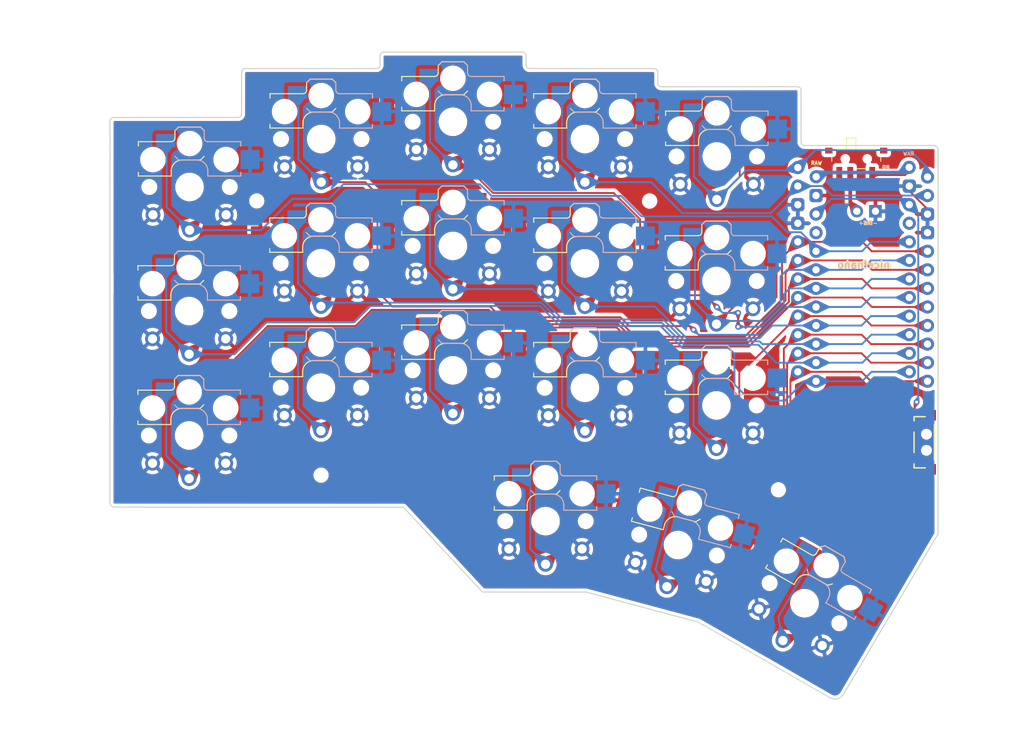
<source format=kicad_pcb>
(kicad_pcb (version 20240108) (generator "pcbnew") (generator_version "8.0")
  (layers (0 "F.Cu" signal) (31 "B.Cu" signal) (34 "B.Paste" user) (35 "F.Paste" user) (36 "B.SilkS" user "B.Silkscreen") (37 "F.SilkS" user "F.Silkscreen") (38 "B.Mask" user) (39 "F.Mask" user) (44 "Edge.Cuts" user))
  (net 0 "")
  (net 1 "gnd")
  (net 2 "Switch18")
  (net 3 "reset")
  (net 4 "Switch2")
  (net 5 "Switch3")
  (net 6 "Switch4")
  (net 7 "Switch5")
  (net 8 "Switch6")
  (net 9 "Switch8")
  (net 10 "Switch9")
  (net 11 "Switch10")
  (net 12 "Switch11")
  (net 13 "Switch12")
  (net 14 "Switch14")
  (net 15 "Switch15")
  (net 16 "Switch16")
  (net 17 "Switch17")
  (net 18 "Net-(BT1-+)")
  (net 22 "+BATT")
  (net 23 "Switch19")
  (net 24 "Switch20")
  (net 25 "Switch21")
  (footprint "itsdmd:KS_Socket_Choc_optional_reversible" (layer "F.Cu") (at 85.91 65.58)
    (property "Reference" "SW2" (hide yes))
    (property "Value" "SW_Push")
  )
  (footprint "itsdmd:KS_Socket_Choc_optional_reversible" (layer "F.Cu") (at 103.91 59.02)
    (property "Reference" "SW3" (hide yes))
    (property "Value" "SW_Push")
  )
  (footprint "itsdmd:KS_Socket_Choc_optional_reversible" (layer "F.Cu") (at 121.91 56.66)
    (property "Reference" "SW4" (hide yes))
    (property "Value" "SW_Push")
  )
  (footprint "itsdmd:KS_Socket_Choc_optional_reversible" (layer "F.Cu") (at 139.954 59.02)
    (property "Reference" "SW5" (hide yes))
    (property "Value" "SW_Push")
  )
  (footprint "itsdmd:KS_Socket_Choc_optional_reversible" (layer "F.Cu") (at 157.988 61.4)
    (property "Reference" "SW6" (hide yes))
    (property "Value" "SW_Push")
  )
  (footprint "itsdmd:KS_Socket_Choc_optional_reversible" (layer "F.Cu") (at 85.852 82.55)
    (property "Reference" "SW8" (hide yes))
    (property "Value" "SW_Push")
  )
  (footprint "itsdmd:KS_Socket_Choc_optional_reversible" (layer "F.Cu") (at 103.87 76.01)
    (property "Reference" "SW9" (hide yes))
    (property "Value" "SW_Push")
  )
  (footprint "itsdmd:KS_Socket_Choc_optional_reversible" (layer "F.Cu") (at 121.91 73.64)
    (property "Reference" "SW10" (hide yes))
    (property "Value" "SW_Push")
  )
  (footprint "itsdmd:KS_Socket_Choc_optional_reversible" (layer "F.Cu") (at 139.954 76.032)
    (property "Reference" "SW11" (hide yes))
    (property "Value" "SW_Push")
  )
  (footprint "itsdmd:KS_Socket_Choc_optional_reversible" (layer "F.Cu") (at 157.94 78.44)
    (property "Reference" "SW12" (hide yes))
    (property "Value" "SW_Push")
  )
  (footprint "itsdmd:KS_Socket_Choc_optional_reversible" (layer "F.Cu") (at 85.852 99.568)
    (property "Reference" "SW14" (hide yes))
    (property "Value" "SW_Push")
  )
  (footprint "itsdmd:KS_Socket_Choc_optional_reversible" (layer "F.Cu") (at 103.87 93.028)
    (property "Reference" "SW15" (hide yes))
    (property "Value" "SW_Push")
  )
  (footprint "itsdmd:KS_Socket_Choc_optional_reversible" (layer "F.Cu") (at 121.91 90.658)
    (property "Reference" "SW16" (hide yes))
    (property "Value" "SW_Push")
  )
  (footprint "itsdmd:KS_Socket_Choc_optional_reversible" (layer "F.Cu") (at 139.954 93.05)
    (property "Reference" "SW17" (hide yes))
    (property "Value" "SW_Push")
  )
  (footprint "itsdmd:KS_Socket_Choc_optional_reversible" (layer "F.Cu") (at 157.94 95.458)
    (property "Reference" "SW18" (hide yes))
    (property "Value" "SW_Push")
  )
  (footprint "itsdmd:KS_Socket_Choc_optional_reversible" (layer "F.Cu") (at 152.687032 114.561038 -15)
    (property "Reference" "SW20" (hide yes))
    (property "Value" "SW_Push")
  )
  (footprint "itsdmd:KS_Socket_Choc_optional_reversible" (layer "F.Cu") (at 169.97 122.510451 -30)
    (property "Reference" "SW21" (hide yes))
    (property "Value" "SW_Push")
  )
  (footprint "itsdmd:MCB_nice-nano_flip" (layer "F.Cu") (at 179.17 78.18)
    (property "Reference" "U2")
    (property "Value" "nice!nano")
  )
  (footprint "itsdmd:MountingHole_1.6mm_M1.4" (layer "F.Cu") (at 148.8 67.5)
    (property "Reference" "H3" (hide yes))
    (property "Value" "MountingHole")
  )
  (footprint "itsdmd:MountingHole_1.6mm_M1.4" (layer "F.Cu") (at 166.4 107)
    (property "Reference" "H4" (hide yes))
    (property "Value" "MountingHole")
  )
  (footprint "itsdmd:MountingHole_1.6mm_M1.4" (layer "F.Cu") (at 95.1 67.49)
    (property "Reference" "H1" (hide yes))
    (property "Value" "MountingHole")
  )
  (footprint "itsdmd:KS_Socket_Choc_optional_reversible" (layer "F.Cu") (at 134.57 111.29)
    (property "Reference" "SW19" (hide yes))
    (property "Value" "SW_Push")
  )
  (footprint "itsdmd:SW-S_MSK-12C02" (layer "F.Cu") (at 177.2 61.725001 180)
    (property "Reference" "SW_POWER1")
    (property "Value" "SW_SPDT")
  )
  (footprint "itsdmd:SW-T_7.4x2.6-4pad-smd" (layer "F.Cu") (at 186.75 100.5 90)
    (property "Reference" "SW_RST1" (hide yes))
    (property "Value" "SW_Push" (hide yes))
  )
  (footprint "itsdmd:Battery_Pads-dual-side" (layer "F.Cu") (at 178.4 68.9)
    (property "Reference" "BT1" (hide yes))
    (property "Value" "Battery_Cell")
  )
  (footprint "itsdmd:MountingHole_1.6mm_M1.4" (layer "F.Cu") (at 103.89 105)
    (property "Reference" "H2" (hide yes))
    (property "Value" "MountingHole")
  )
  (footprint "itsdmd:MCB_nice-nano_flip" (layer "B.Cu") (at 176.68 76.89 180)
    (property "Reference" "U1")
    (property "Value" "nice!nano")
  )
  (gr_arc (start 93.02048 55.56598) (mid 92.874039 55.919539) (end 92.52048 56.06598) (stroke (width 0.15)) (layer "Edge.Cuts"))
  (gr_line (start 169.497789 52.258) (end 169.5 59.39) (stroke (width 0.15)) (layer "Edge.Cuts"))
  (gr_arc (start 132.414 49.372) (mid 132.060447 49.225553) (end 131.914 48.872) (stroke (width 0.15)) (layer "Edge.Cuts"))
  (gr_arc (start 131.414 47.122) (mid 131.767553 47.268447) (end 131.914 47.622) (stroke (width 0.15)) (layer "Edge.Cuts"))
  (gr_line (start 75.0324 108.712) (end 75.0404 56.572) (stroke (width 0.15)) (layer "Edge.Cuts"))
  (gr_arc (start 93.03 49.87) (mid 93.176447 49.516447) (end 93.53 49.37) (stroke (width 0.15)) (layer "Edge.Cuts"))
  (gr_line (start 149.424 49.372) (end 132.414 49.372) (stroke (width 0.15)) (layer "Edge.Cuts"))
  (gr_line (start 115.162807 109.396852) (end 75.639953 109.366447) (stroke (width 0.15)) (layer "Edge.Cuts"))
  (gr_arc (start 149.424 49.372) (mid 149.777553 49.518447) (end 149.924 49.872) (stroke (width 0.15)) (layer "Edge.Cuts"))
  (gr_line (start 131.414 47.122) (end 112.454 47.122) (stroke (width 0.15)) (layer "Edge.Cuts"))
  (gr_arc (start 169.007887 51.85798) (mid 169.324138 51.970679) (end 169.497789 52.258) (stroke (width 0.15)) (layer "Edge.Cuts"))
  (gr_line (start 125.95 120.98) (end 140.11 120.99) (stroke (width 0.15)) (layer "Edge.Cuts"))
  (gr_line (start 111.454 49.372) (end 93.53 49.37) (stroke (width 0.15)) (layer "Edge.Cuts"))
  (gr_arc (start 111.954 48.872) (mid 111.807553 49.225553) (end 111.454 49.372) (stroke (width 0.15)) (layer "Edge.Cuts"))
  (gr_line (start 111.954 47.622) (end 111.954 48.872) (stroke (width 0.15)) (layer "Edge.Cuts"))
  (gr_line (start 93.03 49.87) (end 93.02048 55.56598) (stroke (width 0.15)) (layer "Edge.Cuts"))
  (gr_arc (start 75.639953 109.366447) (mid 75.193487 109.171698) (end 75.0324 108.712) (stroke (width 0.15)) (layer "Edge.Cuts"))
  (gr_line (start 169.007887 51.85798) (end 150.424 51.872) (stroke (width 0.15)) (layer "Edge.Cuts"))
  (gr_line (start 140.11 120.99) (end 155.45 125.1) (stroke (width 0.15)) (layer "Edge.Cuts"))
  (gr_line (start 115.162807 109.396852) (end 125.95 120.98) (stroke (width 0.15)) (layer "Edge.Cuts"))
  (gr_line (start 92.52048 56.06598) (end 75.5404 56.072) (stroke (width 0.15)) (layer "Edge.Cuts"))
  (gr_arc (start 169.979643 59.898708) (mid 169.636503 59.742044) (end 169.500977 59.39002) (stroke (width 0.15)) (layer "Edge.Cuts"))
  (gr_arc (start 75.0404 56.572) (mid 75.186847 56.218447) (end 75.5404 56.072) (stroke (width 0.15)) (layer "Edge.Cuts"))
  (gr_arc (start 187.74 59.898708) (mid 188.100639 60.140394) (end 188.24 60.551553) (stroke (width 0.15)) (layer "Edge.Cuts"))
  (gr_line (start 175.285188 135.009859) (end 188.22448 113.04798) (stroke (width 0.15)) (layer "Edge.Cuts"))
  (gr_arc (start 111.954 47.622) (mid 112.100447 47.268447) (end 112.454 47.122) (stroke (width 0.15)) (layer "Edge.Cuts"))
  (gr_line (start 187.74 59.898708) (end 169.979643 59.898708) (stroke (width 0.15)) (layer "Edge.Cuts"))
  (gr_line (start 149.924 51.372) (end 149.924 49.872) (stroke (width 0.15)) (layer "Edge.Cuts"))
  (gr_line (start 188.24 60.551553) (end 188.22448 113.04798) (stroke (width 0.15)) (layer "Edge.Cuts"))
  (gr_arc (start 175.285188 135.009859) (mid 174.4 135.6) (end 173.357176 135.38935) (stroke (width 0.15)) (layer "Edge.Cuts"))
  (gr_arc (start 150.424 51.872) (mid 150.070447 51.725553) (end 149.924 51.372) (stroke (width 0.15)) (layer "Edge.Cuts"))
  (gr_line (start 131.914 48.872) (end 131.914 47.622) (stroke (width 0.15)) (layer "Edge.Cuts"))
  (gr_line (start 155.45 125.1) (end 173.389826 135.40679) (stroke (width 0.15)) (layer "Edge.Cuts"))
  (gr_text "ON" (at 180.5 62.9 0) (layer "B.SilkS") (effects (font (size 0.5 0.5) (thickness 0.125) (bold yes)) (justify right mirror)))
  (gr_text "-BAT+" (at 178.68 70.51 0) (layer "B.SilkS") (effects (font (size 0.5 0.5) (thickness 0.125) (bold yes)) (justify mirror)))
  (gr_text "+BAT-" (at 178.68 70.51 0) (layer "F.SilkS") (effects (font (size 0.5 0.5) (thickness 0.125) (bold yes))))
  (gr_text "ON" (at 180.5 62.9 0) (layer "F.SilkS") (effects (font (size 0.5 0.5) (thickness 0.125) (bold yes)) (justify left)))
  (segment (start 186.785 68.597412) (end 184.54 66.352412) (width 0.25) (layer "F.Cu") (net 1))
  (segment (start 184.54 66.352412) (end 184.54 65.55) (width 0.25) (layer "F.Cu") (net 1))
  (segment (start 186.79 69.41) (end 186.785 69.405) (width 0.25) (layer "F.Cu") (net 1))
  (segment (start 166.2 94) (end 166.2 95.998) (width 0.25) (layer "F.Cu") (net 1))
  (segment (start 186.785 69.405) (end 186.785 68.597412) (width 0.25) (layer "F.Cu") (net 1))
  (segment (start 166.2 95.998) (end 162.94 99.258) (width 0.25) (layer "F.Cu") (net 1))
  (via (at 166.2 94) (size 0.8) (drill 0.4) (layers "F.Cu" "B.Cu") (net 1))
  (segment (start 186.79 69.41) (end 186.79 68.602412) (width 0.25) (layer "B.Cu") (net 1))
  (segment (start 166.215 93.985) (end 166.215 91.708) (width 0.25) (layer "B.Cu") (net 1))
  (segment (start 180.175001 69.405) (end 179.670001 68.9) (width 0.25) (layer "B.Cu") (net 1))
  (segment (start 166.2 94) (end 166.215 93.985) (width 0.25) (layer "B.Cu") (net 1))
  (segment (start 186.79 84.53) (end 179.13 84.53) (width 0.25) (layer "F.Cu") (net 2))
  (segment (start 161.064999 89.2705) (end 161.2275 89.107999) (width 0.25) (layer "F.Cu") (net 2))
  (segment (start 163.192001 89.107999) (end 169.06 83.24) (width 0.25) (layer "F.Cu") (net 2))
  (segment (start 161.2275 89.107999) (end 163.192001 89.107999) (width 0.25) (layer "F.Cu") (net 2))
  (segment (start 179.13 84.53) (end 177.84 83.24) (width 0.25) (layer "F.Cu") (net 2))
  (segment (start 157.94 101.358) (end 161.064999 98.233001) (width 0.25) (layer "F.Cu") (net 2))
  (segment (start 161.064999 98.233001) (end 161.064999 89.2705) (width 0.25) (layer "F.Cu") (net 2))
  (segment (start 177.84 83.24) (end 169.06 83.24) (width 0.25) (layer "F.Cu") (net 2))
  (segment (start 154.815001 89.258001) (end 154.815001 98.233001) (width 0.25) (layer "B.Cu") (net 2))
  (segment (start 154.815001 98.233001) (end 157.94 101.358) (width 0.25) (layer "B.Cu") (net 2))
  (segment (start 154.665 89.108) (end 154.815001 89.258001) (width 0.25) (layer "B.Cu") (net 2))
  (segment (start 185.3 95) (end 185.05 95.25) (width 0.25) (layer "F.Cu") (net 3))
  (segment (start 185.05 95.25) (end 185.05 98.4) (width 0.25) (layer "F.Cu") (net 3))
  (via (at 185.3 95) (size 0.8) (drill 0.4) (layers "F.Cu" "B.Cu") (net 3))
  (segment (start 185.525 69.225) (end 184.3 68) (width 0.25) (layer "B.Cu") (net 3))
  (segment (start 183.74 67.2) (end 184.54 68) (width 0.25) (layer "B.Cu") (net 3))
  (segment (start 185.3 95) (end 185.525 94.775) (width 0.25) (layer "B.Cu") (net 3))
  (segment (start 185.525 94.775) (end 185.525 69.225) (width 0.25) (layer "B.Cu") (net 3))
  (segment (start 171.55 69.29) (end 173.64 67.2) (width 0.25) (layer "B.Cu") (net 3))
  (segment (start 173.64 67.2) (end 183.74 67.2) (width 0.25) (layer "B.Cu") (net 3))
  (segment (start 89.035 59.3925) (end 89.035 68.355) (width 0.25) (layer "F.Cu") (net 4))
  (segment (start 89.1975 59.23) (end 89.035 59.3925) (width 0.25) (layer "F.Cu") (net 4))
  (segment (start 89.035 68.355) (end 85.91 71.48) (width 0.25) (layer "F.Cu") (net 4))
  (segment (start 99.98 67.2) (end 104.95 67.2) (width 0.25) (layer "B.Cu") (net 4))
  (segment (start 127.2 66.8) (end 144.9 66.8) (width 0.25) (layer "B.Cu") (net 4))
  (segment (start 95.7 71.48) (end 99.98 67.2) (width 0.25) (layer "B.Cu") (net 4))
  (segment (start 82.785 59.38) (end 82.785 68.355) (width 0.25) (layer "B.Cu") (net 4))
  (segment (start 104.95 67.2) (end 106.95 65.2) (width 0.25) (layer "B.Cu") (net 4))
  (segment (start 179.12 73.08) (end 177.83 74.37) (width 0.25) (layer "B.Cu") (net 4))
  (segment (start 125.6 65.2) (end 127.2 66.8) (width 0.25) (layer "B.Cu") (net 4))
  (segment (start 184.54 73.08) (end 179.12 73.08) (width 0.25) (layer "B.Cu") (net 4))
  (segment (start 167.665 71.765) (end 169.477412 71.765) (width 0.25) (layer "B.Cu") (net 4))
  (segment (start 165.5 69.6) (end 167.665 71.765) (width 0.25) (layer "B.Cu") (net 4))
  (segment (start 144.9 66.8) (end 147.7 69.6) (width 0.25) (layer "B.Cu") (net 4))
  (segment (start 177.83 74.37) (end 171.55 74.37) (width 0.25) (layer "B.Cu") (net 4))
  (segment (start 169.477412 71.765) (end 171.55 73.837588) (width 0.25) (layer "B.Cu") (net 4))
  (segment (start 171.55 73.837588) (end 171.55 74.37) (width 0.25) (layer "B.Cu") (net 4))
  (segment (start 85.91 71.48) (end 95.7 71.48) (width 0.25) (layer "B.Cu") (net 4))
  (segment (start 82.785 68.355) (end 85.91 71.48) (width 0.25) (layer "B.Cu") (net 4))
  (segment (start 82.635 59.23) (end 82.785 59.38) (width 0.25) (layer "B.Cu") (net 4))
  (segment (start 147.7 69.6) (end 165.5 69.6) (width 0.25) (layer "B.Cu") (net 4))
  (segment (start 106.95 65.2) (end 125.6 65.2) (width 0.25) (layer "B.Cu") (net 4))
  (segment (start 111.6 79.9) (end 111.6 66.6) (width 0.25) (layer "F.Cu") (net 5))
  (segment (start 109.92 64.92) (end 103.91 64.92) (width 0.25) (layer "F.Cu") (net 5))
  (segment (start 154.298231 84.598231) (end 146.007419 84.598231) (width 0.25) (layer "F.Cu") (net 5))
  (segment (start 128.472792 83.4) (end 127.005792 81.933) (width 0.25) (layer "F.Cu") (net 5))
  (segment (start 144.809188 83.4) (end 128.472792 83.4) (width 0.25) (layer "F.Cu") (net 5))
  (segment (start 154.8 85.1) (end 154.298231 84.598231) (width 0.25) (layer "F.Cu") (net 5))
  (segment (start 107.035 61.795) (end 103.91 64.92) (width 0.25) (layer "F.Cu") (net 5))
  (segment (start 107.1975 52.67) (end 107.035 52.8325) (width 0.25) (layer "F.Cu") (net 5))
  (segment (start 111.6 66.6) (end 109.92 64.92) (width 0.25) (layer "F.Cu") (net 5))
  (segment (start 113.633 81.933) (end 111.6 79.9) (width 0.25) (layer "F.Cu") (net 5))
  (segment (start 146.007419 84.598231) (end 144.809188 83.4) (width 0.25) (layer "F.Cu") (net 5))
  (segment (start 127.005792 81.933) (end 113.633 81.933) (width 0.25) (layer "F.Cu") (net 5))
  (segment (start 107.035 52.8325) (end 107.035 61.795) (width 0.25) (layer "F.Cu") (net 5))
  (via (at 154.8 85.1) (size 0.8) (drill 0.4) (layers "F.Cu" "B.Cu") (net 5))
  (segment (start 100.785 61.795) (end 103.91 64.92) (width 0.25) (layer "B.Cu") (net 5))
  (segment (start 163.636396 85.8) (end 167.446396 81.99) (width 0.25) (layer "B.Cu") (net 5))
  (segment (start 184.3 80.7) (end 179 80.7) (width 0.25) (layer "B.Cu") (net 5))
  (segment (start 179 80.7) (end 177.71 81.99) (width 0.25) (layer "B.Cu") (net 5))
  (segment (start 155.5 85.8) (end 163.636396 85.8) (width 0.25) (layer "B.Cu") (net 5))
  (segment (start 100.635 52.67) (end 100.785 52.82) (width 0.25) (layer "B.Cu") (net 5))
  (segment (start 100.785 52.82) (end 100.785 61.795) (width 0.25) (layer "B.Cu") (net 5))
  (segment (start 154.8 85.1) (end 155.5 85.8) (width 0.25) (layer "B.Cu") (net 5))
  (segment (start 167.446396 81.99) (end 171.55 81.99) (width 0.25) (layer "B.Cu") (net 5))
  (segment (start 177.71 81.99) (end 171.55 81.99) (width 0.25) (layer "B.Cu") (net 5))
  (segment (start 125.035 50.4725) (end 125.035 59.435) (width 0.25) (layer "F.Cu") (net 6))
  (segment (start 160.9 84.7) (end 160.9 82.8) (width 0.25) (layer "F.Cu") (net 6))
  (segment (start 125.035 59.435) (end 121.91 62.56) (width 0.25) (layer "F.Cu") (net 6))
  (segment (start 150.987461 80.387461) (end 147.5 76.9) (width 0.25) (layer "F.Cu") (net 6))
  (segment (start 127.4 66.4) (end 123.56 62.56) (width 0.25) (layer "F.Cu") (net 6))
  (segment (start 123.56 62.56) (end 121.91 62.56) (width 0.25) (layer "F.Cu") (net 6))
  (segment (start 156.387461 80.387461) (end 150.987461 80.387461) (width 0.25) (layer "F.Cu") (net 6))
  (segment (start 125.1975 50.31) (end 125.035 50.4725) (width 0.25) (layer "F.Cu") (net 6))
  (segment (start 158 82) (end 156.387461 80.387461) (width 0.25) (layer "F.Cu") (net 6))
  (segment (start 143.9 66.4) (end 127.4 66.4) (width 0.25) (layer "F.Cu") (net 6))
  (segment (start 147.5 76.9) (end 147.5 70) (width 0.25) (layer "F.Cu") (net 6))
  (segment (start 147.5 70) (end 143.9 66.4) (width 0.25) (layer "F.Cu") (net 6))
  (via (at 160.9 84.7) (size 0.8) (drill 0.4) (layers "F.Cu" "B.Cu") (net 6))
  (via (at 160.9 82.8) (size 0.8) (drill 0.4) (layers "F.Cu" "B.Cu") (net 6))
  (via (at 158 82) (size 0.8) (drill 0.4) (layers "F.Cu" "B.Cu") (net 6))
  (segment (start 158.8 82.8) (end 158 82) (width 0.25) (layer "B.Cu") (net 6))
  (segment (start 177.75 79.45) (end 171.55 79.45) (width 0.25) (layer "B.Cu") (net 6))
  (segment (start 184.3 78.16) (end 179.14 78.16) (width 0.25) (layer "B.Cu") (net 6))
  (segment (start 179.14 78.16) (end 177.8 79.5) (width 0.25) (layer "B.Cu") (net 6))
  (segment (start 177.8 79.5) (end 177.75 79.45) (width 0.25) (layer "B.Cu") (net 6))
  (segment (start 160.9 82.8) (end 158.8 82.8) (width 0.25) (layer "B.Cu") (net 6))
  (segment (start 118.785 59.435) (end 121.91 62.56) (width 0.25) (layer "B.Cu") (net 6))
  (segment (start 164.1 84.7) (end 160.9 84.7) (width 0.25) (layer "B.Cu") (net 6))
  (segment (start 118.635 50.31) (end 118.785 50.46) (width 0.25) (layer "B.Cu") (net 6))
  (segment (start 118.785 50.46) (end 118.785 59.435) (width 0.25) (layer "B.Cu") (net 6))
  (segment (start 167.95 79.45) (end 167.15 80.25) (width 0.25) (layer "B.Cu") (net 6))
  (segment (start 167.15 81.65) (end 164.1 84.7) (width 0.25) (layer "B.Cu") (net 6))
  (segment (start 171.55 79.45) (end 167.95 79.45) (width 0.25) (layer "B.Cu") (net 6))
  (segment (start 167.15 80.25) (end 167.15 81.65) (width 0.25) (layer "B.Cu") (net 6))
  (segment (start 143.2415 52.67) (end 143.079 52.8325) (width 0.25) (layer "F.Cu") (net 7))
  (segment (start 143.079 61.795) (end 139.954 64.92) (width 0.25) (layer "F.Cu") (net 7))
  (segment (start 143.079 52.8325) (end 143.079 61.795) (width 0.25) (layer "F.Cu") (net 7))
  (segment (start 186.79 66.75) (end 173.75 66.75) (width 0.25) (layer "B.Cu") (net 7))
  (segment (start 136.829 52.82) (end 136.829 61.795) (width 0.25) (layer "B.Cu") (net 7))
  (segment (start 172.46 65.46) (end 169.3 65.46) (width 0.25) (layer "B.Cu") (net 7))
  (segment (start 173.75 66.75) (end 172.46 65.46) (width 0.25) (layer "B.Cu") (net 7))
  (segment (start 136.829 61.795) (end 139.954 64.92) (width 0.25) (layer "B.Cu") (net 7))
  (segment (start 136.679 52.67) (end 136.829 52.82) (width 0.25) (layer "B.Cu") (net 7))
  (segment (start 139.954 64.92) (end 149.02 64.92) (width 0.25) (layer "B.Cu") (net 7))
  (segment (start 153.25 69.15) (end 165.37 69.15) (width 0.25) (layer "B.Cu") (net 7))
  (segment (start 165.37 69.15) (end 169.06 65.46) (width 0.25) (layer "B.Cu") (net 7))
  (segment (start 149.02 64.92) (end 153.25 69.15) (width 0.25) (layer "B.Cu") (net 7))
  (segment (start 161.113 64.175) (end 157.988 67.3) (width 0.25) (layer "F.Cu") (net 8))
  (segment (start 161.2755 55.05) (end 161.113 55.2125) (width 0.25) (layer "F.Cu") (net 8))
  (segment (start 161.113 55.2125) (end 161.113 64.175) (width 0.25) (layer "F.Cu") (net 8))
  (segment (start 154.713 55.05) (end 154.863 55.2) (width 0.25) (layer "B.Cu") (net 8))
  (segment (start 168.68 63.3) (end 169.06 62.92) (width 0.25) (layer "B.Cu") (net 8))
  (segment (start 154.863 64.175) (end 157.988 67.3) (width 0.25) (layer "B.Cu") (net 8))
  (segment (start 171.456292 60.523708) (end 169.06 62.92) (width 0.25) (layer "B.Cu") (net 8))
  (segment (start 186.79 64.21) (end 186.79 62.937208) (width 0.25) (layer "B.Cu") (net 8))
  (segment (start 154.863 55.2) (end 154.863 64.175) (width 0.25) (layer "B.Cu") (net 8))
  (segment (start 186.79 62.937208) (end 184.3765 60.523708) (width 0.25) (layer "B.Cu") (net 8))
  (segment (start 157.988 67.3) (end 161.988 63.3) (width 0.25) (layer "B.Cu") (net 8))
  (segment (start 184.3765 60.523708) (end 171.456292 60.523708) (width 0.25) (layer "B.Cu") (net 8))
  (segment (start 161.988 63.3) (end 168.68 63.3) (width 0.25) (layer "B.Cu") (net 8))
  (segment (start 89.1395 76.2) (end 88.977 76.3625) (width 0.25) (layer "F.Cu") (net 9))
  (segment (start 88.977 85.325) (end 85.852 88.45) (width 0.25) (layer "F.Cu") (net 9))
  (segment (start 88.977 76.3625) (end 88.977 85.325) (width 0.25) (layer "F.Cu") (net 9))
  (segment (start 161.8 94) (end 164.5 94) (width 0.25) (layer "B.Cu") (net 9))
  (segment (start 82.727 76.35) (end 82.727 85.325) (width 0.25) (layer "B.Cu") (net 9))
  (segment (start 153.290812 87.6) (end 159.6 87.6) (width 0.25) (layer "B.Cu") (net 9))
  (segment (start 110.65 81.85) (end 133.802747 81.85) (width 0.25) (layer "B.Cu") (net 9))
  (segment (start 165.3 94.8) (end 167.3 94.8) (width 0.25) (layer "B.Cu") (net 9))
  (segment (start 133.802747 81.85) (end 136.552747 84.6) (width 0.25) (layer "B.Cu") (net 9))
  (segment (start 164.5 94) (end 165.3 94.8) (width 0.25) (layer "B.Cu") (net 9))
  (segment (start 160.4 92.6) (end 161.8 94) (width 0.25) (layer "B.Cu") (net 9))
  (segment (start 184.3 90.86) (end 179.14 90.86) (width 0.25) (layer "B.Cu") (net 9))
  (segment (start 177.85 92.15) (end 171.55 92.15) (width 0.25) (layer "B.Cu") (net 9))
  (segment (start 108.4 84.1) (end 110.65 81.85) (width 0.25) (layer "B.Cu") (net 9))
  (segment (start 169.95 92.15) (end 171.55 92.15) (width 0.25) (layer "B.Cu") (net 9))
  (segment (start 150.290812 84.6) (end 153.290812 87.6) (width 0.25) (layer "B.Cu") (net 9))
  (segment (start 96.4115 84.1) (end 108.4 84.1) (width 0.25) (layer "B.Cu") (net 9))
  (segment (start 167.3 94.8) (end 169.95 92.15) (width 0.25) (layer "B.Cu") (net 9))
  (segment (start 92.0615 88.45) (end 96.4115 84.1) (width 0.25) (layer "B.Cu") (net 9))
  (segment (start 159.6 87.6) (end 160.4 88.4) (width 0.25) (layer "B.Cu") (net 9))
  (segment (start 85.852 88.45) (end 92.0615 88.45) (width 0.25) (layer "B.Cu") (net 9))
  (segment (start 82.577 76.2) (end 82.727 76.35) (width 0.25) (layer "B.Cu") (net 9))
  (segment (start 160.4 88.4) (end 160.4 92.6) (width 0.25) (layer "B.Cu") (net 9))
  (segment (start 136.552747 84.6) (end 150.290812 84.6) (width 0.25) (layer "B.Cu") (net 9))
  (segment (start 82.727 85.325) (end 85.852 88.45) (width 0.25) (layer "B.Cu") (net 9))
  (segment (start 179.14 90.86) (end 177.85 92.15) (width 0.25) (layer "B.Cu") (net 9))
  (segment (start 107.1575 69.66) (end 106.995 69.8225) (width 0.25) (layer "F.Cu") (net 10))
  (segment (start 106.995 69.8225) (end 106.995 78.785) (width 0.25) (layer "F.Cu") (net 10))
  (segment (start 106.995 78.785) (end 103.87 81.91) (width 0.25) (layer "F.Cu") (net 10))
  (segment (start 153.477208 87.15) (end 163.65 87.15) (width 0.25) (layer "B.Cu") (net 10))
  (segment (start 100.745 69.81) (end 100.745 78.785) (width 0.25) (layer "B.Cu") (net 10))
  (segment (start 133.989143 81.4) (end 136.739143 84.15) (width 0.25) (layer "B.Cu") (net 10))
  (segment (start 179.18 88.32) (end 177.89 89.61) (width 0.25) (layer "B.Cu") (net 10))
  (segment (start 100.595 69.66) (end 100.745 69.81) (width 0.25) (layer "B.Cu") (net 10))
  (segment (start 136.739143 84.15) (end 150.477208 84.15) (width 0.25) (layer "B.Cu") (net 10))
  (segment (start 104.38 81.4) (end 133.989143 81.4) (width 0.25) (layer "B.Cu") (net 10))
  (segment (start 166.11 89.61) (end 171.55 89.61) (width 0.25) (layer "B.Cu") (net 10))
  (segment (start 103.87 81.91) (end 104.38 81.4) (width 0.25) (layer "B.Cu") (net 10))
  (segment (start 163.65 87.15) (end 166.11 89.61) (width 0.25) (layer "B.Cu") (net 10))
  (segment (start 100.745 78.785) (end 103.87 81.91) (width 0.25) (layer "B.Cu") (net 10))
  (segment (start 184.3 88.32) (end 179.18 88.32) (width 0.25) (layer "B.Cu") (net 10))
  (segment (start 177.89 89.61) (end 171.55 89.61) (width 0.25) (layer "B.Cu") (net 10))
  (segment (start 150.477208 84.15) (end 153.477208 87.15) (width 0.25) (layer "B.Cu") (net 10))
  (segment (start 125.1975 67.29) (end 125.035 67.4525) (width 0.25) (layer "F.Cu") (net 11))
  (segment (start 125.035 76.415) (end 121.91 79.54) (width 0.25) (layer "F.Cu") (net 11))
  (segment (start 125.035 67.4525) (end 125.035 76.415) (width 0.25) (layer "F.Cu") (net 11))
  (segment (start 121.91 79.54) (end 132.765539 79.54) (width 0.25) (layer "B.Cu") (net 11))
  (segment (start 150.663604 83.7) (end 153.663604 86.7) (width 0.25) (layer "B.Cu") (net 11))
  (segment (start 164.206396 87.07) (end 171.55 87.07) (width 0.25) (layer "B.Cu") (net 11))
  (segment (start 163.836396 86.7) (end 164.206396 87.07) (width 0.25) (layer "B.Cu") (net 11))
  (segment (start 136.925539 83.7) (end 150.663604 83.7) (width 0.25) (layer "B.Cu") (net 11))
  (segment (start 118.785 76.415) (end 121.91 79.54) (width 0.25) (layer "B.Cu") (net 11))
  (segment (start 118.635 67.29) (end 118.785 67.44) (width 0.25) (layer "B.Cu") (net 11))
  (segment (start 132.765539 79.54) (end 136.925539 83.7) (width 0.25) (layer "B.Cu") (net 11))
  (segment (start 179.12 85.78) (end 177.83 87.07) (width 0.25) (layer "B.Cu") (net 11))
  (segment (start 118.785 67.44) (end 118.785 76.415) (width 0.25) (layer "B.Cu") (net 11))
  (segment (start 177.83 87.07) (end 171.55 87.07) (width 0.25) (layer "B.Cu") (net 11))
  (segment (start 153.663604 86.7) (end 163.836396 86.7) (width 0.25) (layer "B.Cu") (net 11))
  (segment (start 184.3 85.78) (end 179.12 85.78) (width 0.25) (layer "B.Cu") (net 11))
  (segment (start 143.079 69.8445) (end 143.079 78.807) (width 0.25) (layer "F.Cu") (net 12))
  (segment (start 143.079 78.807) (end 139.954 81.932) (width 0.25) (layer "F.Cu") (net 12))
  (segment (start 143.2415 69.682) (end 143.079 69.8445) (width 0.25) (layer "F.Cu") (net 12))
  (segment (start 139.954 81.932) (end 149.532 81.932) (width 0.25) (layer "B.Cu") (net 12))
  (segment (start 165.57 84.53) (end 171.55 84.53) (width 0.25) (layer "B.Cu") (net 12))
  (segment (start 136.679 69.682) (end 136.829 69.832) (width 0.25) (layer "B.Cu") (net 12))
  (segment (start 177.77 84.53) (end 171.55 84.53) (width 0.25) (layer "B.Cu") (net 12))
  (segment (start 179.06 83.24) (end 177.77 84.53) (width 0.25) (layer "B.Cu") (net 12))
  (segment (start 163.85 86.25) (end 165.57 84.53) (width 0.25) (layer "B.Cu") (net 12))
  (segment (start 153.85 86.25) (end 163.85 86.25) (width 0.25) (layer "B.Cu") (net 12))
  (segment (start 136.829 78.807) (end 139.954 81.932) (width 0.25) (layer "B.Cu") (net 12))
  (segment (start 149.532 81.932) (end 153.85 86.25) (width 0.25) (layer "B.Cu") (net 12))
  (segment (start 136.829 69.832) (end 136.829 78.807) (width 0.25) (layer "B.Cu") (net 12))
  (segment (start 184.3 83.24) (end 179.06 83.24) (width 0.25) (layer "B.Cu") (net 12))
  (segment (start 157.94 84.34) (end 161.065 81.215) (width 0.25) (layer "F.Cu") (net 13))
  (segment (start 161.065 81.215) (end 161.065 72.2525) (width 0.25) (layer "F.Cu") (net 13))
  (segment (start 161.065 72.2525) (end 161.2275 72.09) (width 0.25) (layer "F.Cu") (net 13))
  (segment (start 157.94 84.34) (end 158.38 83.9) (width 0.25) (layer "B.Cu") (net 13))
  (segment (start 158.38 83.9) (end 164.263604 83.9) (width 0.25) (layer "B.Cu") (net 13))
  (segment (start 155 81.4) (end 157.94 84.34) (width 0.25) (layer "B.Cu") (net 13))
  (segment (start 166.7 81.463604) (end 166.7 77.8) (width 0.25) (layer "B.Cu") (net 13))
  (segment (start 164.263604 83.9) (end 166.7 81.463604) (width 0.25) (layer "B.Cu") (net 13))
  (segment (start 167.59 76.91) (end 171.55 76.91) (width 0.25) (layer "B.Cu") (net 13))
  (segment (start 179.08 75.62) (end 177.79 76.91) (width 0.25) (layer "B.Cu") (net 13))
  (segment (start 154.665 72.49) (end 155 72.825) (width 0.25) (layer "B.Cu") (net 13))
  (segment (start 184.3 75.62) (end 179.08 75.62) (width 0.25) (layer "B.Cu") (net 13))
  (segment (start 155 72.825) (end 155 81.4) (width 0.25) (layer "B.Cu") (net 13))
  (segment (start 166.7 77.8) (end 167.59 76.91) (width 0.25) (layer "B.Cu") (net 13))
  (segment (start 177.79 76.91) (end 171.55 76.91) (width 0.25) (layer "B.Cu") (net 13))
  (segment (start 126.819396 82.383) (end 128.336396 83.9) (width 0.25) (layer "F.Cu") (net 14))
  (segment (start 89.1395 92.068) (end 96.6075 84.6) (width 0.25) (layer "F.Cu") (net 14))
  (segment (start 144.672792 83.9) (end 146.822792 86.05) (width 0.25) (layer "F.Cu") (net 14))
  (segment (start 177.88 73.08) (end 169.06 73.08) (width 0.25) (layer "F.Cu") (net 14))
  (segment (start 161.800812 86.05) (end 166.9 80.950812) (width 0.25) (layer "F.Cu") (net 14))
  (segment (start 179.17 74.37) (end 177.88 73.08) (width 0.25) (layer "F.Cu") (net 14))
  (segment (start 88.977 102.343) (end 85.852 105.468) (width 0.25) (layer "F.Cu") (net 14))
  (segment (start 146.822792 86.05) (end 161.800812 86.05) (width 0.25) (layer "F.Cu") (net 14))
  (segment (start 96.6075 84.6) (end 108.599104 84.6) (width 0.25) (layer "F.Cu") (net 14))
  (segment (start 166.9 80.950812) (end 166.9 75.24) (width 0.25) (layer "F.Cu") (net 14))
  (segment (start 108.599104 84.6) (end 110.816104 82.383) (width 0.25) (layer "F.Cu") (net 14))
  (segment (start 88.977 93.3805) (end 88.977 102.343) (width 0.25) (layer "F.Cu") (net 14))
  (segment (start 110.816104 82.383) (end 126.819396 82.383) (width 0.25) (layer "F.Cu") (net 14))
  (segment (start 166.9 75.24) (end 169.06 73.08) (width 0.25) (layer "F.Cu") (net 14))
  (segment (start 89.1395 93.218) (end 89.1395 92.068) (width 0.25) (layer "F.Cu") (net 14))
  (segment (start 89.1395 93.218) (end 88.977 93.3805) (width 0.25) (layer "F.Cu") (net 14))
  (segment (start 186.79 74.37) (end 179.17 74.37) (width 0.25) (layer "F.Cu") (net 14))
  (segment (start 128.336396 83.9) (end 144.672792 83.9) (width 0.25) (layer "F.Cu") (net 14))
  (segment (start 82.577 93.218) (end 82.727 93.368) (width 0.25) (layer "B.Cu") (net 14))
  (segment (start 82.727 102.343) (end 85.852 105.468) (width 0.25) (layer "B.Cu") (net 14))
  (segment (start 82.727 93.368) (end 82.727 102.343) (width 0.25) (layer "B.Cu") (net 14))
  (segment (start 167.385 81.102208) (end 167.385 77.295) (width 0.25) (layer "F.Cu") (net 15))
  (segment (start 177.92 75.62) (end 169.06 75.62) (width 0.25) (layer "F.Cu") (net 15))
  (segment (start 144.486396 84.35) (end 146.636396 86.5) (width 0.25) (layer "F.Cu") (net 15))
  (segment (start 146.636396 86.5) (end 161.987208 86.5) (width 0.25) (layer "F.Cu") (net 15))
  (segment (start 111.0025 82.833) (end 126.633 82.833) (width 0.25) (layer "F.Cu") (net 15))
  (segment (start 167.385 77.295) (end 169.06 75.62) (width 0.25) (layer "F.Cu") (net 15))
  (segment (start 107.1575 86.678) (end 111.0025 82.833) (width 0.25) (layer "F.Cu") (net 15))
  (segment (start 161.987208 86.5) (end 167.385 81.102208) (width 0.25) (layer "F.Cu") (net 15))
  (segment (start 128.15 84.35) (end 144.486396 84.35) (width 0.25) (layer "F.Cu") (net 15))
  (segment (start 186.79 76.91) (end 179.21 76.91) (width 0.25) (layer "F.Cu") (net 15))
  (segment (start 179.21 76.91) (end 177.92 75.62) (width 0.25) (layer "F.Cu") (net 15))
  (segment (start 106.995 86.8405) (end 106.995 95.803) (width 0.25) (layer "F.Cu") (net 15))
  (segment (start 106.995 95.803) (end 103.87 98.928) (width 0.25) (layer "F.Cu") (net 15))
  (segment (start 126.633 82.833) (end 128.15 84.35) (width 0.25) (layer "F.Cu") (net 15))
  (segment (start 107.1575 86.678) (end 106.995 86.8405) (width 0.25) (layer "F.Cu") (net 15))
  (segment (start 100.595 86.678) (end 100.745 86.828) (width 0.25) (layer "B.Cu") (net 15))
  (segment (start 100.745 95.803) (end 103.87 98.928) (width 0.25) (layer "B.Cu") (net 15))
  (segment (start 100.745 86.828) (end 100.745 95.803) (width 0.25) (layer "B.Cu") (net 15))
  (segment (start 162.173604 86.95) (end 167.835 81.288604) (width 0.25) (layer "F.Cu") (net 16))
  (segment (start 125.6895 84.8) (end 144.3 84.8) (width 0.25) (layer "F.Cu") (net 16))
  (segment (start 186.79 79.45) (end 179.15 79.45) (width 0.25) (layer "F.Cu") (net 16))
  (segment (start 167.835 79.385) (end 169.06 78.16) (width 0.25) (layer "F.Cu") (net 16))
  (segment (start 125.035 93.433) (end 121.91 96.558) (width 0.25) (layer "F.Cu") (net 16))
  (segment (start 125.035 84.4705) (end 125.035 93.433) (width 0.25) (layer "F.Cu") (net 16))
  (segment (start 179.15 79.45) (end 177.86 78.16) (width 0.25) (layer "F.Cu") (net 16))
  (segment (start 146.45 86.95) (end 162.173604 86.95) (width 0.25) (layer "F.Cu") (net 16))
  (segment (start 167.835 81.288604) (end 167.835 79.385) (width 0.25) (layer "F.Cu") (net 16))
  (segment (start 125.1975 84.308) (end 125.035 84.4705) (width 0.25) (layer "F.Cu") (net 16))
  (segment (start 144.3 84.8) (end 146.45 86.95) (width 0.25) (layer "F.Cu") (net 16))
  (segment (start 125.1975 84.308) (end 125.6895 84.8) (width 0.25) (layer "F.Cu") (net 16))
  (segment (start 177.86 78.16) (end 169.06 78.16) (width 0.25) (layer "F.Cu") (net 16))
  (segment (start 118.635 84.308) (end 118.785 84.458) (width 0.25) (layer "B.Cu") (net 16))
  (segment (start 118.785 84.458) (end 118.785 93.433) (width 0.25) (layer "B.Cu") (net 16))
  (segment (start 118.785 93.433) (end 121.91 96.558) (width 0.25) (layer "B.Cu") (net 16))
  (segment (start 179.19 81.99) (end 177.9 80.7) (width 0.25) (layer "F.Cu") (net 17))
  (segment (start 143.2415 86.7) (end 143.079 86.8625) (width 0.25) (layer "F.Cu") (net 17))
  (segment (start 143.9415 87.4) (end 162.36 87.4) (width 0.25) (layer "F.Cu") (net 17))
  (segment (start 177.9 80.7) (end 169.06 80.7) (width 0.25) (layer "F.Cu") (net 17))
  (segment (start 143.079 86.8625) (end 143.079 95.825) (width 0.25) (layer "F.Cu") (net 17))
  (segment (start 186.79 81.99) (end 179.19 81.99) (width 0.25) (layer "F.Cu") (net 17))
  (segment (start 143.079 95.825) (end 139.954 98.95) (width 0.25) (layer "F.Cu") (net 17))
  (segment (start 143.2415 86.7) (end 143.9415 87.4) (width 0.25) (layer "F.Cu") (net 17))
  (segment (start 162.36 87.4) (end 169.06 80.7) (width 0.25) (layer "F.Cu") (net 17))
  (segment (start 136.829 86.85) (end 136.829 95.825) (width 0.25) (layer "B.Cu") (net 17))
  (segment (start 136.679 86.7) (end 136.829 86.85) (width 0.25) (layer "B.Cu") (net 17))
  (segment (start 136.829 95.825) (end 139.954 98.95) (width 0.25) (layer "B.Cu") (net 17))
  (segment (start 176.227 63.825001) (end 176.227 67.997001) (width 0.5) (layer "F.Cu") (net 18))
  (segment (start 176.227 67.997001) (end 177.129999 68.9) (width 0.5) (layer "F.Cu") (net 18))
  (segment (start 179.227 63.825001) (end 183.674999 63.825001) (width 0.5) (layer "F.Cu") (net 22))
  (segment (start 183.674999 63.825001) (end 184.52 62.98) (width 0.5) (layer "F.Cu") (net 22))
  (segment (start 183.9 63.6) (end 172.27 63.6) (width 0.5) (layer "B.Cu") (net 22))
  (segment (start 172.27 63.6) (end 171.57 64.3) (width 0.5) (layer "B.Cu") (net 22))
  (segment (start 184.52 62.98) (end 183.9 63.6) (width 0.5) (layer "B.Cu") (net 22))
  (segment (start 136.6595 115.1005) (end 134.57 117.19) (width 0.25) (layer "F.Cu") (net 23))
  (segment (start 179.07 87.07) (end 177.78 85.78) (width 0.25) (layer "F.Cu") (net 23))
  (segment (start 177.78 85.78) (end 169.06 85.78) (width 0.25) (layer "F.Cu") (net 23))
  (segment (start 186.79 87.07) (end 179.07 87.07) (width 0.25) (layer "F.Cu") (net 23))
  (segment (start 137.8575 104.939999) (end 136.6595 106.137999) (width 0.25) (layer "F.Cu") (net 23))
  (segment (start 161.207896 104.939999) (end 167.15 98.997895) (width 0.25) (layer "F.Cu") (net 23))
  (segment (start 137.8575 104.939999) (end 161.207896 104.939999) (width 0.25) (layer "F.Cu") (net 23))
  (segment (start 167.15 98.997895) (end 167.15 87.69) (width 0.25) (layer "F.Cu") (net 23))
  (segment (start 136.6595 106.137999) (end 136.6595 115.1005) (width 0.25) (layer "F.Cu") (net 23))
  (segment (start 167.15 87.69) (end 169.06 85.78) (width 0.25) (layer "F.Cu") (net 23))
  (segment (start 131.295 104.94) (end 132.4805 106.1255) (width 0.25) (layer "B.Cu") (net 23))
  (segment (start 132.4805 115.1005) (end 134.57 117.19) (width 0.25) (layer "B.Cu") (net 23))
  (segment (start 132.4805 106.1255) (end 132.4805 115.1005) (width 0.25) (layer "B.Cu") (net 23))
  (segment (start 157.506014 109.278277) (end 167.6 99.184291) (width 0.25) (layer "F.Cu") (net 24))
  (segment (start 153.7 119) (end 151.16 120.26) (width 0.25) (layer "F.Cu") (net 24))
  (segment (start 186.79 89.61) (end 179.06 89.61) (width 0.25) (layer "F.Cu") (net 24))
  (segment (start 167.6 99.184291) (end 167.6 89.78) (width 0.25) (layer "F.Cu") (net 24))
  (segment (start 177.77 88.32) (end 169.06 88.32) (width 0.25) (layer "F.Cu") (net 24))
  (segment (start 179.06 89.61) (end 177.77 88.32) (width 0.25) (layer "F.Cu") (net 24))
  (segment (start 167.6 89.78) (end 169.06 88.32) (width 0.25) (layer "F.Cu") (net 24))
  (segment (start 157.506014 109.278277) (end 156.1 110.2) (width 0.25) (layer "F.Cu") (net 24))
  (segment (start 156.1 110.2) (end 153.7 119) (width 0.25) (layer "F.Cu") (net 24))
  (segment (start 151.9 109.1) (end 149.6 117.9) (width 0.25) (layer "B.Cu") (net 24))
  (segment (start 149.6 117.9) (end 151.16 120.26) (width 0.25) (layer "B.Cu") (net 24))
  (segment (start 151.167126 107.579777) (end 151.9 109.1) (width 0.25) (layer "B.Cu") (net 24))
  (segment (start 175.992059 117.615709) (end 173.77635 115.4) (width 0.25) (layer "F.Cu") (net 25))
  (segment (start 162 108.9) (end 173.77635 115.4) (width 0.25) (layer "F.Cu") (net 25))
  (segment (start 162 105.420687) (end 168.05 99.370687) (width 0.25) (layer "F.Cu") (net 25))
  (segment (start 175.992059 118.65494) (end 175.992059 117.615709) (width 0.25) (layer "F.Cu") (net 25))
  (segment (start 186.79 92.15) (end 179.05 92.15) (width 0.25) (layer "F.Cu") (net 25))
  (segment (start 170 126.6) (end 167.02 127.62) (width 0.25) (layer "F.Cu") (net 25))
  (segment (start 168.05 99.370687) (end 168.05 91.87) (width 0.25) (layer "F.Cu") (net 25))
  (segment (start 162 108.9) (end 162 105.420687) (width 0.25) (layer "F.Cu") (net 25))
  (segment (start 168.05 91.87) (end 169.06 90.86) (width 0.25) (layer "F.Cu") (net 25))
  (segment (start 177.76 90.86) (end 169.06 90.86) (width 0.25) (layer "F.Cu") (net 25))
  (segment (start 179.05 92.15) (end 177.76 90.86) (width 0.25) (layer "F.Cu") (net 25))
  (segment (start 175.992059 118.65494) (end 174.4 119.1) (width 0.25) (layer "F.Cu") (net 25))
  (segment (start 174.4 119.1) (end 170 126.6) (width 0.25) (layer "F.Cu") (net 25))
  (segment (start 170.308767 115.373689) (end 170.6 117.1) (width 0.25) (layer "B.Cu") (net 25))
  (segment (start 170.6 117.1) (end 166.4 124.4) (width 0.25) (layer "B.Cu") (net 25))
  (segment (start 166.4 124.4) (end 167.02 127.62) (width 0.25) (layer "B.Cu") (net 25))
  (zone (net 1) (net_name "gnd") (layers "F&B.Cu") (connect_pads (clearance 0.5)) (min_thickness 0.25) (fill yes (thermal_gap 0.5) (thermal_bridge_width 0.5))
    (polygon (pts (xy 60 40) (xy 200 40) (xy 200 140) (xy 60 140)))
  )
)
</source>
